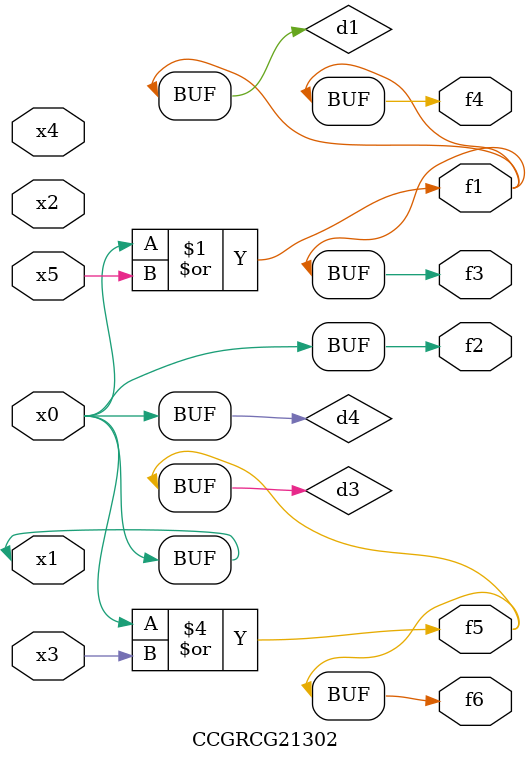
<source format=v>
module CCGRCG21302(
	input x0, x1, x2, x3, x4, x5,
	output f1, f2, f3, f4, f5, f6
);

	wire d1, d2, d3, d4;

	or (d1, x0, x5);
	xnor (d2, x1, x4);
	or (d3, x0, x3);
	buf (d4, x0, x1);
	assign f1 = d1;
	assign f2 = d4;
	assign f3 = d1;
	assign f4 = d1;
	assign f5 = d3;
	assign f6 = d3;
endmodule

</source>
